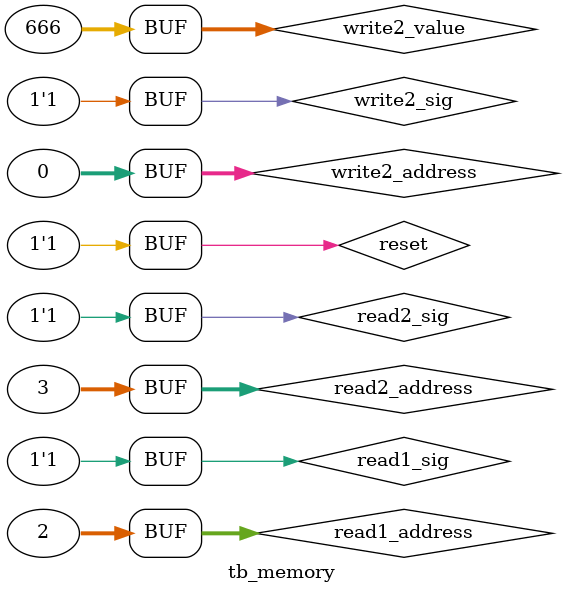
<source format=v>
`timescale 1ns/100ps 



module tb_memory();      

  

   wire clk;         // Clock signal. Tells the counter when to read the new address
   reg reset;
   reg read1_sig;               // Signal to determine if memory should be read from read1_address into read2_out.
   reg read2_sig;               // Signal to determine if memory should be read from read1_address into read2_out.
   reg write2_sig;               // Signal to determine if memory should be read from read1_address into read2_out.

   reg [31:0] read1_address;
   reg [31:0] read2_address;
   reg [31:0] write2_address;
   reg [31:0] write2_value;

  wire[31:0] read1_out;
  wire[31:0] read2_out;

  clock sys_clock(clk);
  memory ram(clk, reset, read1_sig, read1_address, read1_out, read2_sig, read2_address, read2_out, write2_sig, write2_address, write2_value);

  initial begin
   read1_sig = 1;               // Signal to determine if memory should be read from read1_address into read2_out.
   read2_sig = 1;               // Signal to determine if memory should be read from read1_address into read2_out.
   write2_sig = 1;               // Signal to determine if memory should be read from read1_address into read2_out.

   read1_address = 2;
   read2_address = 3;
   write2_address = 0;
   write2_value = 666;
   reset = 0;
   #10;
   reset = 1;
  


  end


endmodule
</source>
